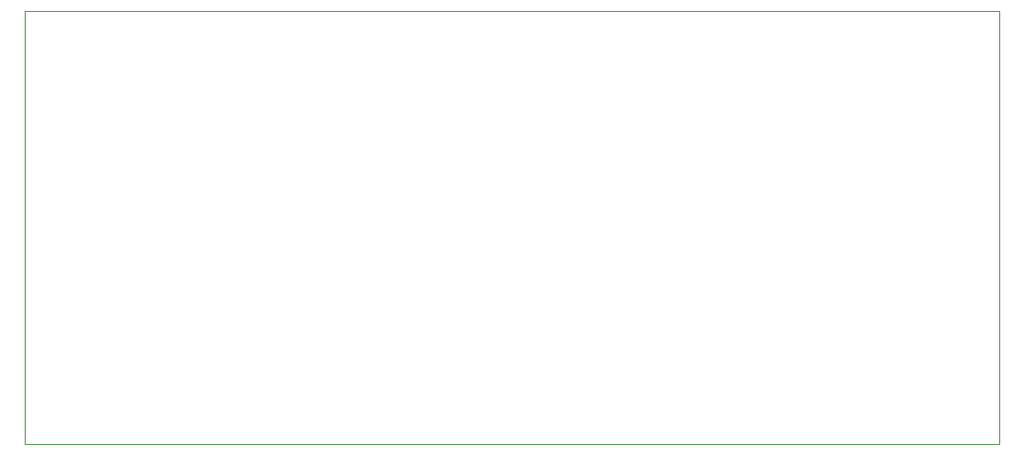
<source format=gbr>
%TF.GenerationSoftware,KiCad,Pcbnew,7.0.7*%
%TF.CreationDate,2025-01-17T17:57:09+01:00*%
%TF.ProjectId,minisumov3,6d696e69-7375-46d6-9f76-332e6b696361,rev?*%
%TF.SameCoordinates,Original*%
%TF.FileFunction,Profile,NP*%
%FSLAX46Y46*%
G04 Gerber Fmt 4.6, Leading zero omitted, Abs format (unit mm)*
G04 Created by KiCad (PCBNEW 7.0.7) date 2025-01-17 17:57:09*
%MOMM*%
%LPD*%
G01*
G04 APERTURE LIST*
%TA.AperFunction,Profile*%
%ADD10C,0.100000*%
%TD*%
G04 APERTURE END LIST*
D10*
X106600000Y-78800000D02*
X196600000Y-78800000D01*
X196600000Y-118800000D01*
X106600000Y-118800000D01*
X106600000Y-78800000D01*
M02*

</source>
